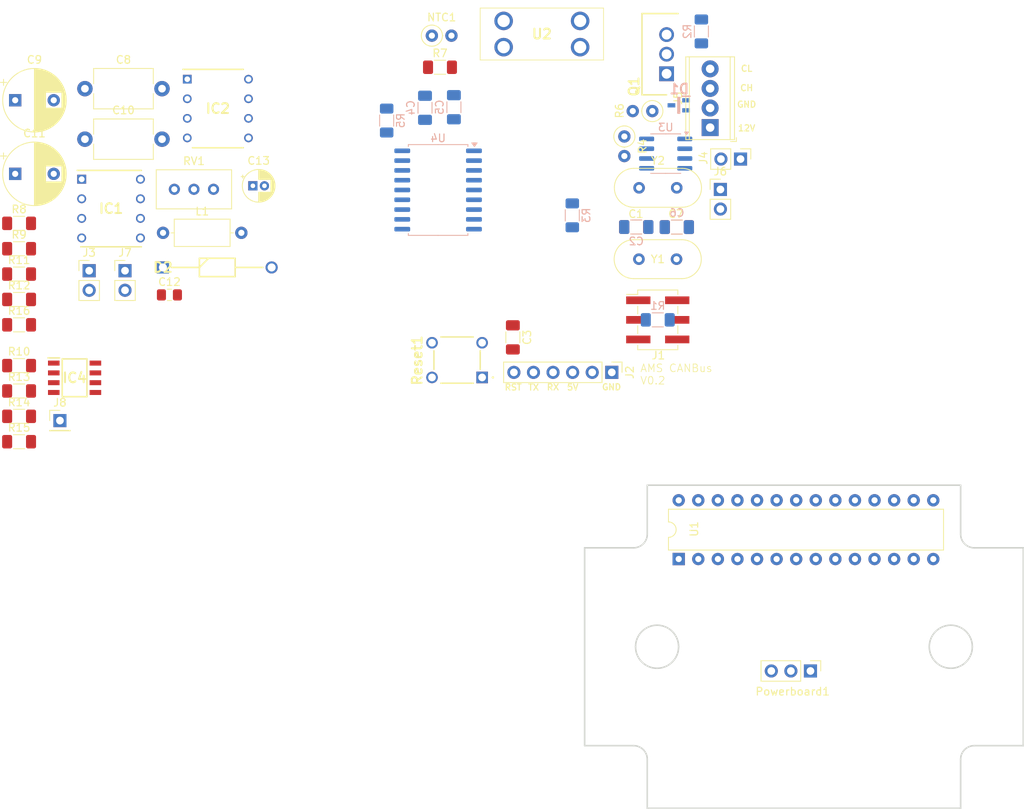
<source format=kicad_pcb>
(kicad_pcb (version 20240108) (generator "pcbnew") (generator_version "8.0")
  (layers (0 "F.Cu" signal) (1 "In1.Cu" signal) (2 "In2.Cu" signal) (31 "B.Cu" signal) (34 "B.Paste" user) (35 "F.Paste" user) (36 "B.SilkS" user "B.Silkscreen") (37 "F.SilkS" user "F.Silkscreen") (38 "B.Mask" user) (39 "F.Mask" user) (44 "Edge.Cuts" user))
  (net 0 "")
  (net 1 "GND")
  (net 2 "Net-(U1-XTAL2{slash}PB7)")
  (net 3 "Net-(U1-XTAL1{slash}PB6)")
  (net 4 "/BareMinAtmel328P/RESET")
  (net 5 "Net-(J2-Pin_6)")
  (net 6 "+5V")
  (net 7 "Net-(U4-OSC2)")
  (net 8 "Net-(U4-OSC1)")
  (net 9 "CANBUS_L")
  (net 10 "CANBUS_H")
  (net 11 "/BareMinAtmel328P/PB5-D13-SCK")
  (net 12 "/BareMinAtmel328P/PB3-D11-MOSI")
  (net 13 "/BareMinAtmel328P/PB4-D12-MISO")
  (net 15 "/BareMinAtmel328P/PD0-RX")
  (net 16 "/BareMinAtmel328P/PD1-TX")
  (net 17 "Net-(J4-Pin_2)")
  (net 18 "Net-(J5-Pin_1)")
  (net 19 "+VDC")
  (net 20 "/BareMinAtmel328P/PC2-A2")
  (net 21 "/BareMinAtmel328P/PD4-D4")
  (net 22 "/BareMinAtmel328P/PB0-D8")
  (net 23 "/BareMinAtmel328P/PC4-A4-SDA")
  (net 24 "/BareMinAtmel328P/PD7-D7")
  (net 25 "/BareMinAtmel328P/PD6-D6")
  (net 26 "/BareMinAtmel328P/PC1-A1")
  (net 27 "/BareMinAtmel328P/PB2-D10-SS")
  (net 28 "/BareMinAtmel328P/PC5-A5-SCL")
  (net 29 "/BareMinAtmel328P/PD3-D3")
  (net 30 "/BareMinAtmel328P/PD5-D5")
  (net 31 "/BareMinAtmel328P/PC3-A3")
  (net 32 "/BareMinAtmel328P/PC0-A0")
  (net 33 "Net-(Q1-Pad1)")
  (net 34 "Net-(Q1-Pad3)")
  (net 35 "/BareMinAtmel328P/AREF")
  (net 36 "Net-(U3-Rs)")
  (net 37 "Net-(U4-~{RESET})")
  (net 40 "/BareMinAtmel328P/PB1-D9")
  (net 41 "/BareMinAtmel328P/PD2-D2")
  (net 43 "/CANBUS-MCP2515/RXtoCANTC")
  (net 44 "/CANBUS-MCP2515/TXtoCANTC")
  (net 51 "Net-(IC1-FB)")
  (net 52 "Net-(IC1-V+_1)")
  (net 53 "Net-(IC1-OUT)")
  (net 54 "Net-(IC2-CP1)")
  (net 55 "Net-(IC2-CP2{slash}IN+)")
  (net 56 "Net-(IC1-LX)")
  (net 57 "Net-(IC2-EMIT)")
  (net 58 "Net-(IC2-TACH+)")
  (net 59 "Net-(IC2-V+)")
  (net 60 "/RPM_Sensor/RPM-Vout")
  (net 61 "Net-(IC4-+IN_A)")
  (net 62 "Net-(J6-Pin_1)")
  (net 63 "/RPM_Sensor/TachIn")
  (footprint "Capacitor_SMD:C_1206_3216Metric_Pad1.33x1.80mm_HandSolder" (layer "F.Cu") (at 118.7504 92.934 -90)
    (property "Reference" "C3" (at 0 -1.85 90) (layer "F.SilkS"))
    (property "Value" "100nf")
    (pad "1" smd roundrect (at -1.5625 0 270) (size 1.325 1.8) (layers "F.Cu" "F.Paste" "F.Mask") (roundrect_rratio 0.188679) (net 5 "Net-(J2-Pin_6)"))
    (pad "2" smd roundrect (at 1.5625 0 270) (size 1.325 1.8) (layers "F.Cu" "F.Paste" "F.Mask") (roundrect_rratio 0.188679) (net 4 "/BareMinAtmel328P/RESET"))
  )
  (footprint "Capacitor_THT:C_Disc_D7.5mm_W5.0mm_P10.00mm" (layer "F.Cu") (at 63.245076 60.676088)
    (property "Reference" "C8" (at 5 -3.75 0) (layer "F.SilkS"))
    (property "Value" "0.1uF")
    (pad "1" thru_hole circle (at 0 0) (size 2 2) (drill 1) (layers "*.Cu" "*.Mask") (net 51 "Net-(IC1-FB)"))
    (pad "2" thru_hole circle (at 10 0) (size 2 2) (drill 1) (layers "*.Cu" "*.Mask") (net 1 "GND"))
  )
  (footprint "Capacitor_THT:CP_Radial_D8.0mm_P5.00mm" (layer "F.Cu") (at 54.199774 62.176088)
    (property "Reference" "C9" (at 2.5 -5.25 0) (layer "F.SilkS"))
    (property "Value" "120uF")
    (pad "1" thru_hole rect (at 0 0) (size 1.6 1.6) (drill 0.8) (layers "*.Cu" "*.Mask") (net 52 "Net-(IC1-V+_1)"))
    (pad "2" thru_hole circle (at 5 0) (size 1.6 1.6) (drill 0.8) (layers "*.Cu" "*.Mask") (net 1 "GND"))
  )
  (footprint "Connector_PinHeader_2.54mm:PinHeader_1x02_P2.54mm_Vertical" (layer "F.Cu") (at 145.6707 73.7502)
    (property "Reference" "J6" (at 0 -2.33 0) (layer "F.SilkS"))
    (property "Value" "Conn_01x02")
    (pad "1" thru_hole rect (at 0 0) (size 1.7 1.7) (drill 1) (layers "*.Cu" "*.Mask") (net 62 "Net-(J6-Pin_1)"))
    (pad "2" thru_hole oval (at 0 2.54) (size 1.7 1.7) (drill 1) (layers "*.Cu" "*.Mask") (net 58 "Net-(IC2-TACH+)"))
  )
  (footprint "Capacitor_THT:CP_Radial_D4.0mm_P1.50mm" (layer "F.Cu") (at 85.029877 73.276088)
    (property "Reference" "C13" (at 0.75 -3.25 0) (layer "F.SilkS"))
    (property "Value" "1uF")
    (pad "1" thru_hole rect (at 0 0) (size 1.2 1.2) (drill 0.6) (layers "*.Cu" "*.Mask") (net 55 "Net-(IC2-CP2{slash}IN+)"))
    (pad "2" thru_hole circle (at 1.5 0) (size 1.2 1.2) (drill 0.6) (layers "*.Cu" "*.Mask") (net 1 "GND"))
  )
  (footprint "Resistor_SMD:R_1206_3216Metric_Pad1.30x1.75mm_HandSolder" (layer "F.Cu") (at 54.705076 99.886088)
    (property "Reference" "R13" (at 0 -1.82 0) (layer "F.SilkS"))
    (property "Value" "15k")
    (pad "1" smd roundrect (at -1.55 0) (size 1.3 1.75) (layers "F.Cu" "F.Paste" "F.Mask") (roundrect_rratio 0.192308) (net 61 "Net-(IC4-+IN_A)"))
    (pad "2" smd roundrect (at 1.55 0) (size 1.3 1.75) (layers "F.Cu" "F.Paste" "F.Mask") (roundrect_rratio 0.192308) (net 1 "GND"))
  )
  (footprint "Resistor_THT:R_Axial_DIN0207_L6.3mm_D2.5mm_P2.54mm_Vertical" (layer "F.Cu") (at 133.2127 66.8761 -90)
    (property "Reference" "R4" (at 1.270233 -2.354649 90) (layer "F.SilkS"))
    (property "Value" "17k")
    (pad "1" thru_hole circle (at 0 0 270) (size 1.6 1.6) (drill 0.8) (layers "*.Cu" "*.Mask") (net 36 "Net-(U3-Rs)"))
    (pad "2" thru_hole oval (at 2.54 0 270) (size 1.6 1.6) (drill 0.8) (layers "*.Cu" "*.Mask") (net 1 "GND"))
  )
  (footprint "Inductor_THT:L_Axial_L7.0mm_D3.3mm_P10.16mm_Horizontal_Fastron_MICC" (layer "F.Cu") (at 73.375076 79.376088)
    (property "Reference" "L1" (at 5.08 -2.77 0) (layer "F.SilkS"))
    (property "Value" "47uH")
    (pad "1" thru_hole circle (at 0 0) (size 1.6 1.6) (drill 0.8) (layers "*.Cu" "*.Mask") (net 56 "Net-(IC1-LX)"))
    (pad "2" thru_hole oval (at 10.16 0) (size 1.6 1.6) (drill 0.8) (layers "*.Cu" "*.Mask") (net 1 "GND"))
  )
  (footprint "Resistor_SMD:R_1206_3216Metric_Pad1.30x1.75mm_HandSolder" (layer "F.Cu") (at 109.298 57.9004)
    (property "Reference" "R7" (at 0 -1.82 0) (layer "F.SilkS"))
    (property "Value" "10k")
    (pad "1" smd roundrect (at -1.55 0) (size 1.3 1.75) (layers "F.Cu" "F.Paste" "F.Mask") (roundrect_rratio 0.192308) (net 1 "GND"))
    (pad "2" smd roundrect (at 1.55 0) (size 1.3 1.75) (layers "F.Cu" "F.Paste" "F.Mask") (roundrect_rratio 0.192308) (net 32 "/BareMinAtmel328P/PC0-A0"))
  )
  (footprint "Resistor_SMD:R_1206_3216Metric_Pad1.30x1.75mm_HandSolder" (layer "F.Cu") (at 54.705076 84.726088)
    (property "Reference" "R11" (at 0 -1.82 0) (layer "F.SilkS"))
    (property "Value" "100k")
    (pad "1" smd roundrect (at -1.55 0) (size 1.3 1.75) (layers "F.Cu" "F.Paste" "F.Mask") (roundrect_rratio 0.192308) (net 55 "Net-(IC2-CP2{slash}IN+)"))
    (pad "2" smd roundrect (at 1.55 0) (size 1.3 1.75) (layers "F.Cu" "F.Paste" "F.Mask") (roundrect_rratio 0.192308) (net 1 "GND"))
  )
  (footprint "Connector_PinHeader_2.54mm:PinHeader_2x03_P2.54mm_Vertical_SMD" (layer "F.Cu") (at 137.5433 90.6621)
    (property "Reference" "J1" (at 0.088373 4.619066 0) (layer "F.SilkS"))
    (property "Value" "ICSP")
    (pad "1" smd rect (at -2.525 -2.54) (size 3.15 1) (layers "F.Cu" "F.Paste" "F.Mask") (net 13 "/BareMinAtmel328P/PB4-D12-MISO"))
    (pad "2" smd rect (at 2.525 -2.54) (size 3.15 1) (layers "F.Cu" "F.Paste" "F.Mask") (net 11 "/BareMinAtmel328P/PB5-D13-SCK"))
    (pad "3" smd rect (at -2.525 0) (size 3.15 1) (layers "F.Cu" "F.Paste" "F.Mask") (net 4 "/BareMinAtmel328P/RESET"))
    (pad "4" smd rect (at 2.525 0) (size 3.15 1) (layers "F.Cu" "F.Paste" "F.Mask") (net 6 "+5V"))
    (pad "5" smd rect (at -2.525 2.54) (size 3.15 1) (layers "F.Cu" "F.Paste" "F.Mask") (net 12 "/BareMinAtmel328P/PB3-D11-MOSI"))
    (pad "6" smd rect (at 2.525 2.54) (size 3.15 1) (layers "F.Cu" "F.Paste" "F.Mask") (net 1 "GND"))
  )
  (footprint "Connector_PinHeader_2.54mm:PinHeader_1x02_P2.54mm_Vertical" (layer "F.Cu") (at 68.445076 84.286088)
    (property "Reference" "J7" (at 0 -2.33 0) (layer "F.SilkS"))
    (property "Value" "Conn_01x02")
    (pad "1" thru_hole rect (at 0 0) (size 1.7 1.7) (drill 1) (layers "*.Cu" "*.Mask") (net 57 "Net-(IC2-EMIT)"))
    (pad "2" thru_hole oval (at 0 2.54) (size 1.7 1.7) (drill 1) (layers "*.Cu" "*.Mask") (net 60 "/RPM_Sensor/RPM-Vout"))
  )
  (footprint "Resistor_THT:R_Axial_DIN0207_L6.3mm_D2.5mm_P2.54mm_Vertical" (layer "F.Cu") (at 108.2457 53.8005)
    (property "Reference" "NTC1" (at 1.27 -2.37 0) (layer "F.SilkS"))
    (property "Value" "10k")
    (pad "1" thru_hole circle (at 0 0) (size 1.6 1.6) (drill 0.8) (layers "*.Cu" "*.Mask") (net 32 "/BareMinAtmel328P/PC0-A0"))
    (pad "2" thru_hole oval (at 2.54 0) (size 1.6 1.6) (drill 0.8) (layers "*.Cu" "*.Mask") (net 6 "+5V"))
  )
  (footprint "Capacitor_THT:C_Disc_D7.5mm_W5.0mm_P10.00mm" (layer "F.Cu") (at 63.245076 67.226088)
    (property "Reference" "C10" (at 5 -3.75 0) (layer "F.SilkS"))
    (property "Value" "0.1uF")
    (pad "1" thru_hole circle (at 0 0) (size 2 2) (drill 1) (layers "*.Cu" "*.Mask") (net 52 "Net-(IC1-V+_1)"))
    (pad "2" thru_hole circle (at 10 0) (size 2 2) (drill 1) (layers "*.Cu" "*.Mask") (net 1 "GND"))
  )
  (footprint "Resistor_SMD:R_1206_3216Metric_Pad1.30x1.75mm_HandSolder" (layer "F.Cu") (at 54.705076 81.436088)
    (property "Reference" "R9" (at 0 -1.82 0) (layer "F.SilkS"))
    (property "Value" "22k")
    (pad "1" smd roundrect (at -1.55 0) (size 1.3 1.75) (layers "F.Cu" "F.Paste" "F.Mask") (roundrect_rratio 0.192308) (net 58 "Net-(IC2-TACH+)"))
    (pad "2" smd roundrect (at 1.55 0) (size 1.3 1.75) (layers "F.Cu" "F.Paste" "F.Mask") (roundrect_rratio 0.192308) (net 1 "GND"))
  )
  (footprint "Capacitor_SMD:C_1206_3216Metric_Pad1.33x1.80mm_HandSolder" (layer "F.Cu") (at 134.7505 78.6225)
    (property "Reference" "C1" (at -0.032988 -1.68824 0) (layer "F.SilkS"))
    (property "Value" "22pf")
    (pad "1" smd roundrect (at -1.5625 0) (size 1.325 1.8) (layers "F.Cu" "F.Paste" "F.Mask") (roundrect_rratio 0.188679) (net 2 "Net-(U1-XTAL2{slash}PB7)"))
    (pad "2" smd roundrect (at 1.5625 0) (size 1.325 1.8) (layers "F.Cu" "F.Paste" "F.Mask") (roundrect_rratio 0.188679) (net 1 "GND"))
  )
  (footprint "Resistor_SMD:R_1206_3216Metric_Pad1.30x1.75mm_HandSolder" (layer "F.Cu") (at 54.705076 103.176088)
    (property "Reference" "R14" (at 0 -1.82 0) (layer "F.SilkS"))
    (property "Value" "47k")
    (pad "1" smd roundrect (at -1.55 0) (size 1.3 1.75) (layers "F.Cu" "F.Paste" "F.Mask") (roundrect_rratio 0.192308) (net 26 "/BareMinAtmel328P/PC1-A1"))
    (pad "2" smd roundrect (at 1.55 0) (size 1.3 1.75) (layers "F.Cu" "F.Paste" "F.Mask") (roundrect_rratio 0.192308) (net 1 "GND"))
  )
  (footprint "SamacSys_Parts:DIP762W56P254L938H457Q8N" (layer "F.Cu") (at 66.635076 76.231088)
    (property "Reference" "IC1" (at 0 0 0) (layer "F.SilkS") (effects (font (size 1.27 1.27) (thickness 0.254))))
    (property "Value" "MAX764CPA+" (hide yes))
    (pad "1" thru_hole rect (at -3.81 -3.81) (size 1.16 1.16) (drill 0.76) (layers "*.Cu" "*.Mask") (net 53 "Net-(IC1-OUT)"))
    (pad "2" thru_hole circle (at -3.81 -1.27) (size 1.16 1.16) (drill 0.76) (layers "*.Cu" "*.Mask") (net 51 "Net-(IC1-FB)"))
    (pad "3" thru_hole circle (at -3.81 1.27) (size 1.16 1.16) (drill 0.76) (layers "*.Cu" "*.Mask") (net 1 "GND"))
    (pad "4" thru_hole circle (at -3.81 3.81) (size 1.16 1.16) (drill 0.76) (layers "*.Cu" "*.Mask") (net 51 "Net-(IC1-FB)"))
    (pad "5" thru_hole circle (at 3.81 3.81) (size 1.16 1.16) (drill 0.76) (layers "*.Cu" "*.Mask") (net 1 "GND"))
    (pad "6" thru_hole circle (at 3.81 1.27) (size 1.16 1.16) (drill 0.76) (layers "*.Cu" "*.Mask") (net 52 "Net-(IC1-V+_1)"))
    (pad "7" thru_hole circle (at 3.81 -1.27) (size 1.16 1.16) (drill 0.76) (layers "*.Cu" "*.Mask") (net 52 "Net-(IC1-V+_1)"))
    (pad "8" thru_hole circle (at 3.81 -3.81) (size 1.16 1.16) (drill 0.76) (layers "*.Cu" "*.Mask") (net 56 "Net-(IC1-LX)"))
  )
  (footprint "Resistor_THT:R_Axial_DIN0207_L6.3mm_D2.5mm_P2.54mm_Vertical" (layer "F.Cu") (at 136.841 63.5835 180)
    (property "Reference" "R6" (at 4.245813 0.041861 -90) (layer "F.SilkS"))
    (property "Value" "120")
    (pad "1" thru_hole circle (at 0 0 180) (size 1.6 1.6) (drill 0.8) (layers "*.Cu" "*.Mask") (net 17 "Net-(J4-Pin_2)"))
    (pad "2" thru_hole oval (at 2.54 0 180) (size 1.6 1.6) (drill 0.8) (layers "*.Cu" "*.Mask") (net 9 "CANBUS_L"))
  )
  (footprint "Connector_PinHeader_2.54mm:PinHeader_1x03_P2.54mm_Vertical" (layer "F.Cu") (at 157.350694 136.203605 -90)
    (property "Reference" "Powerboard1" (at 2.665399 2.314583 180) (layer "F.SilkS"))
    (property "Value" "Conn_01x03" (hide yes))
    (pad "1" thru_hole rect (at 0 0 270) (size 1.7 1.7) (drill 1) (layers "*.Cu" "*.Mask") (net 19 "+VDC"))
    (pad "2" thru_hole oval (at 0 2.54 270) (size 1.7 1.7) (drill 1) (layers "*.Cu" "*.Mask") (net 6 "+5V"))
    (pad "3" thru_hole oval (at 0 5.08 270) (size 1.7 1.7) (drill 1) (layers "*.Cu" "*.Mask") (net 1 "GND"))
  )
  (footprint "Connector_PinHeader_2.54mm:PinHeader_1x02_P2.54mm_Vertical" (layer "F.Cu") (at 148.2775 69.8053 -90)
    (property "Reference" "J4" (at -0.135532 4.80964 90) (layer "F.SilkS"))
    (property "Value" "Conn_01x02")
    (pad "1" thru_hole rect (at 0 0 270) (size 1.7 1.7) (drill 1) (layers "*.Cu" "*.Mask") (net 10 "CANBUS_H"))
    (pad "2" thru_hole oval (at 0 2.54 270) (size 1.7 1.7) (drill 1) (layers "*.Cu" "*.Mask") (net 17 "Net-(J4-Pin_2)"))
  )
  (footprint "SamacSys_Parts:3568" (layer "F.Cu") (at 117.5543 55.2909)
    (property "Reference" "U2" (at 4.96 -1.7 0) (layer "F.SilkS") (effects (font (size 1.27 1.27) (thickness 0.254))))
    (property "Value" "3568" (hide yes))
    (pad "1" thru_hole circle (at 0 0) (size 2.4 2.4) (drill 1.6) (layers "*.Cu" "*.Mask") (net 34 "Net-(Q1-Pad3)"))
    (pad "2" thru_hole circle (at 0 -3.4) (size 2.4 2.4) (drill 1.6) (layers "*.Cu" "*.Mask") (net 34 "Net-(Q1-Pad3)"))
    (pad "3" thru_hole circle (at 9.92 0) (size 2.4 2.4) (drill 1.6) (layers "*.Cu" "*.Mask") (net 19 "+VDC"))
    (pad "4" thru_hole circle (at 9.92 -3.4) (size 2.4 2.4) (drill 1.6) (layers "*.Cu" "*.Mask") (net 19 "+VDC"))
  )
  (footprint "TerminalBlock_Phoenix:TerminalBlock_Phoenix_MPT-0,5-4-2.54_1x04_P2.54mm_Horizontal" (layer "F.Cu") (at 144.3379 65.725 90)
    (property "Reference" "J5" (at 3.81 -4.16 -90) (layer "F.SilkS"))
    (property "Value" "Power_And_CAN")
    (pad "1" thru_hole rect (at 0 0 90) (size 2.2 2.2) (drill 1.1) (layers "*.Cu" "*.Mask") (net 18 "Net-(J5-Pin_1)"))
    (pad "2" thru_hole circle (at 2.54 0 90) (size 2.2 2.2) (drill 1.1) (layers "*.Cu" "*.Mask") (net 1 "GND"))
    (pad "3" thru_hole circle (at 5.08 0 90) (size 2.2 2.2) (drill 1.1) (layers "*.Cu" "*.Mask") (net 10 "CANBUS_H"))
    (pad "4" thru_hole circle (at 7.62 0 90) (size 2.2 2.2) (drill 1.1) (layers "*.Cu" "*.Mask") (net 9 "CANBUS_L"))
  )
  (footprint "SamacSys_Parts:TO254P469X1042X1967-3P" (layer "F.Cu") (at 138.6917 58.745 90)
    (property "Reference" "Q1" (at -1.643419 -4.22138 -90) (layer "F.SilkS") (effects (font (size 1.27 1.27) (thickness 0.254))))
    (property "Value" "IRF9Z34NPBF" (hide yes))
    (pad "1" thru_hole rect (at 0 0 90) (size 1.92 1.92) (drill 1.28) (layers "*.Cu" "*.Mask") (net 33 "Net-(Q1-Pad1)"))
    (pad "2" thru_hole circle (at 2.54 0 90) (size 1.92 1.92) (drill 1.28) (layers "*.Cu" "*.Mask") (net 18 "Net-(J5-Pin_1)"))
    (pad "3" thru_hole circle (at 5.08 0 90) (size 1.92 1.92) (drill 1.28) (layers "*.Cu" "*.Mask") (net 34 "Net-(Q1-Pad3)"))
  )
  (footprint "SamacSys_Parts:SOIC127P600X175-8N" (layer "F.Cu") (at 61.905076 98.176088)
    (property "Reference" "IC4" (at 0 0 0) (layer "F.SilkS") (effects (font (size 1.27 1.27) (thickness 0.254))))
    (property "Value" "OPA2340UA_2K5" (hide yes))
    (pad "1" smd rect (at -2.7 -1.905 90) (size 0.65 1.5) (layers "F.Cu" "F.Paste" "F.Mask") (net 26 "/BareMinAtmel328P/PC1-A1"))
    (pad "2" smd rect (at -2.7 -0.635 90) (size 0.65 1.5) (layers "F.Cu" "F.Paste" "F.Mask") (net 26 "/BareMinAtmel328P/PC1-A1"))
    (pad "3" smd rect (at -2.7 0.635 90) (size 0.65 1.5) (layers "F.Cu" "F.Paste" "F.Mask") (net 61 "Net-(IC4-+IN_A)"))
    (pad "4" smd rect (at -2.7 1.905 90) (size 0.65 1.5) (layers "F.Cu" "F.Paste" "F.Mask") (net 1 "GND"))
    (pad "5" smd rect (at 2.7 1.905 90) (size 0.65 1.5) (layers "F.Cu" "F.Paste" "F.Mask") (net 60 "/RPM_Sensor/RPM-Vout"))
    (pad "6" smd rect (at 2.7 0.635 90) (size 0.65 1.5) (layers "F.Cu" "F.Paste" "F.Mask") (net 20 "/BareMinAtmel328P/PC2-A2"))
    (pad "7" smd rect (at 2.7 -0.635 90) (size 0.65 1.5) (layers "F.Cu" "F.Paste" "F.Mask") (net 20 "/BareMinAtmel328P/PC2-A2"))
    (pad "8" smd rect (at 2.7 -1.905 90) (size 0.65 1.5) (layers "F.Cu" "F.Paste" "F.Mask") (net 6 "+5V"))
  )
  (footprint "Potentiometer_THT:Potentiometer_Bourns_3296W_Vertical" (layer "F.Cu") (at 79.925076 73.726088)
    (property "Reference" "RV1" (at -2.54 -3.66 0) (layer "F.SilkS"))
    (property "Value" "100k")
    (pad "1" thru_hole circle (at 0 0) (size 1.44 1.44) (drill 0.8) (layers "*.Cu" "*.Mask") (net 53 "Net-(IC1-OUT)"))
    (pad "2" thru_hole circle (at -2.54 0) (size 1.44 1.44) (drill 0.8) (layers "*.Cu" "*.Mask") (net 62 "Net-(J6-Pin_1)"))
    (pad "3" thru_hole circle (at -5.08 0) (size 1.44 1.44) (drill 0.8) (layers "*.Cu" "*.Mask") (net 1 "GND"))
  )
  (footprint "Capacitor_THT:CP_Radial_D8.0mm_P5.00mm" (layer "F.Cu") (at 54.199774 71.726088)
    (property "Reference" "C11" (at 2.5 -5.25 0) (layer "F.SilkS"))
    (property "Value" "68uF")
    (pad "1" thru_hole rect (at 0 0) (size 1.6 1.6) (drill 0.8) (layers "*.Cu" "*.Mask") (net 53 "Net-(IC1-OUT)"))
    (pad "2" thru_hole circle (at 5 0) (size 1.6 1.6) (drill 0.8) (layers "*.Cu" "*.Mask") (net 1 "GND"))
  )
  (footprint "Connector_PinHeader_2.54mm:PinHeader_1x06_P2.54mm_Vertical" (layer "F.Cu") (at 131.583 97.4726 -90)
    (property "Reference" "J2" (at 0 -2.33 90) (layer "F.SilkS"))
    (property "Value" "TTL_Programmer")
    (pad "1" thru_hole rect (at 0 0 270) (size 1.7 1.7) (drill 1) (layers "*.Cu" "*.Mask") (net 1 "GND"))
    (pad "2" thru_hole oval (at 0 2.54 270) (size 1.7 1.7) (drill 1) (layers "*.Cu" "*.Mask"))
    (pad "3" thru_hole oval (at 0 5.08 270) (size 1.7 1.7) (drill 1) (layers "*.Cu" "*.Mask") (net 6 "+5V"))
    (pad "4" thru_hole oval (at 0 7.62 270) (size 1.7 1.7) (drill 1) (layers "*.Cu" "*.Mask") (net 15 "/BareMinAtmel328P/PD0-RX"))
    (pad "5" thru_hole oval (at 0 10.16 270) (size 1.7 1.7) (drill 1) (layers "*.Cu" "*.Mask") (net 16 "/BareMinAtmel328P/PD1-TX"))
    (pad "6" thru_hole oval (at 0 12.7 270) (size 1.7 1.7) (drill 1) (layers "*.Cu" "*.Mask") (net 5 "Net-(J2-Pin_6)"))
  )
  (footprint "SamacSys_Parts:DIP794W53P254L959H508Q8N" (layer "F.Cu") (at 80.490076 63.256088)
    (property "Reference" "IC2" (at 0 0 0) (layer "F.SilkS") (effects (font (size 1.27 1.27) (thickness 0.254))))
    (property "Value" "LM2917N-8_NOPB" (hide yes))
    (pad "1" thru_hole rect (at -3.97 -3.81) (size 1.13 1.13) (drill 0.73) (layers "*.Cu" "*.Mask") (net 58 "Net-(IC2-TACH+)"))
    (pad "2" thru_hole circle (at -3.97 -1.27) (size 1.13 1.13) (drill 0.73) (layers "*.Cu" "*.Mask") (net 54 "Net-(IC2-CP1)"))
    (pad "3" thru_hole circle (at -3.97 1.27) (size 1.13 1.13) (drill 0.73) (layers "*.Cu" "*.Mask") (net 55 "Net-(IC2-CP2{slash}IN+)"))
    (pad "4" thru_hole circle (at -3.97 3.81) (size 1.13 1.13) (drill 0.73) (layers "*.Cu" "*.Mask") (net 57 "Net-(IC2-EMIT)"))
    (pad "5" thru_hole circle (at 3.97 3.81) (size 1.13 1.13) (drill 0.73) (layers "*.Cu" "*.Mask") (net 19 "+VDC"))
    (pad "6" thru_hole circle (at 3.97 1.27) (size 1.13 1.13) (drill 0.73) (layers "*.Cu" "*.Mask") (net 59 "Net-(IC2-V+)"))
    (pad "7" thru_hole circle (at 3.97 -1.27) (size 1.13 1.13) (drill 0.73) (layers "*.Cu" "*.Mask") (net 57 "Net-(IC2-EMIT)"))
    (pad "8" thru_hole circle (at 3.97 -3.81) (size 1.13 1.13) (drill 0.73) (layers "*.Cu" "*.Mask") (net 1 "GND"))
  )
  (footprint "Connector_PinHeader_2.54mm:PinHeader_1x02_P2.54mm_Vertical" (layer "F.Cu") (at 63.795076 84.286088)
    (property "Reference" "J3" (at 0 -2.33 0) (layer "F.SilkS"))
    (property "Value" "Conn_01x02")
    (pad "1" thru_hole rect (at 0 0) (size 1.7 1.7) (drill 1) (layers "*.Cu" "*.Mask") (net 19 "+VDC"))
    (pad "2" thru_hole oval (at 0 2.54) (size 1.7 1.7) (drill 1) (layers "*.Cu" "*.Mask") (net 52 "Net-(IC1-V+_1)"))
  )
  (footprint "Connector_PinHeader_2.54mm:PinHeader_1x01_P2.54mm_Vertical" (layer "F.Cu") (at 60.005076 103.726088)
    (property "Reference" "J8" (at 0 -2.33 0) (layer "F.SilkS"))
    (property "Value" "Conn_01x01")
    (pad "1" thru_hole rect (at 0 0) (size 1.7 1.7) (drill 1) (layers "*.Cu" "*.Mask") (net 63 "/RPM_Sensor/TachIn"))
  )
  (footprint "Resistor_SMD:R_1206_3216Metric_Pad1.30x1.75mm_HandSolder" (layer "F.Cu") (at 54.705076 88.016088)
    (property "Reference" "R12" (at 0 -1.82 0) (layer "F.SilkS"))
    (property "Value" "470")
    (pad "1" smd roundrect (at -1.55 0) (size 1.3 1.75) (layers "F.Cu" "F.Paste" "F.Mask") (roundrect_rratio 0.192308) (net 59 "Net-(IC2-V+)"))
    (pad "2" smd roundrect (at 1.55 0) (size 1.3 1.75) (layers "F.Cu" "F.Paste" "F.Mask") (roundrect_rratio 0.192308) (net 19 "+VDC"))
  )
  (footprint "Capacitor_SMD:C_0805_2012Metric_Pad1.18x1.45mm_HandSolder" (layer "F.Cu") (at 74.205076 87.426088)
    (property "Reference" "C12" (at 0 -1.68 0) (layer "F.SilkS"))
    (property "Value" "0.02uF")
    (pad "1" smd roundrect (at -1.0375 0) (size 1.175 1.45) (layers "F.Cu" "F.Paste" "F.Mask") (roundrect_rratio 0.212766) (net 54 "Net-(IC2-CP1)"))
    (pad "2" smd roundrect (at 1.0375 0) (size 1.175 1.45) (layers "F.Cu" "F.Paste" "F.Mask") (roundrect_rratio 0.212766) (net 1 "GND"))
  )
  (footprint "Resistor_SMD:R_1206_3216Metric_Pad1.30x1.75mm_HandSolder" (layer "F.Cu") (at 54.705076 78.146088)
    (property "Reference" "R8" (at 0 -1.82 0) (layer "F.SilkS"))
    (property "Value" "10k")
    (pad "1" smd roundrect (at -1.55 0) (size 1.3 1.75) (layers "F.Cu" "F.Paste" "F.Mask") (roundrect_rratio 0.192308) (net 63 "/RPM_Sensor/TachIn"))
    (pad "2" smd roundrect (at 1.55 0) (size 1.3 1.75) (layers "F.Cu" "F.Paste" "F.Mask") (roundrect_rratio 0.192308) (net 58 "Net-(IC2-TACH+)"))
  )
  (footprint "Crystal:Crystal_HC49-U_Vertical" (layer "F.Cu") (at 135.1248 73.5365)
    (property "Reference" "Y2" (at 2.44 -3.525 0) (layer "F.SilkS"))
    (property "Value" "16MHz")
    (pad "1" thru_hole circle (at 0 0) (size 1.5 1.5) (drill 0.8) (layers "*.Cu" "*.Mask") (net 8 "Net-(U4-OSC1)"))
    (pad "2" thru_hole circle (at 4.88 0) (size 1.5 1.5) (drill 0.8) (layers "*.Cu" "*.Mask") (net 7 "Net-(U4-OSC2)"))
  )
  (footprint "SamacSys_Parts:TS0266160BK260LCRD" (layer "F.Cu") (at 114.7642 98.1316 180)
    (property "Reference" "Reset1" (at 8.425578 2.207048 -90) (layer "F.SilkS") (effects (font (size 1.27 1.27) (thickness 0.254))))
    (property "Value" "TS02-66-160-BK-260-LCR-D" (hide yes))
    (pad "1" thru_hole rect (at 0 0 180) (size 1.5 1.5) (drill 1) (layers "*.Cu" "*.Mask") (net 4 "/BareMinAtmel328P/RESET"))
    (pad "2" thru_hole circle (at 6.5 0 180) (size 1.5 1.5) (drill 1) (layers "*.Cu" "*.Mask"))
    (pad "3" thru_hole circle (at 0 4.5 180) (size 1.5 1.5) (drill 1) (layers "*.Cu" "*.Mask") (net 1 "GND"))
    (pad "4" thru_hole circle (at 6.5 4.5 180) (size 1.5 1.5) (drill 1) (layers "*.Cu" "*.Mask"))
  )
  (footprint "Resistor_SMD:R_1206_3216Metric_Pad1.30x1.75mm_HandSolder" (layer "F.Cu") (at 54.705076 96.596088)
    (property "Reference" "R10" (at 0 -1.82 0) (layer "F.SilkS"))
    (property "Value" "120k")
    (pad "1" smd roundrect (at -1.55 0) (size 1.3 1.75) (layers "F.Cu" "F.Paste" "F.Mask") (roundrect_rratio 0.192308) (net 19 "+VDC"))
    (pad "2" smd roundrect (at 1.55 0) (size 1.3 1.75) (layers "F.Cu" "F.Paste" "F.Mask") (roundrect_rratio 0.192308) (net 61 "Net-(IC4-+IN_A)"))
  )
  (footprint "Crystal:Crystal_HC49-U_Vertical" (layer "F.Cu") (at 135.0999 82.7909)
    (property "Reference" "Y1" (at 2.461251 0 0) (layer "F.SilkS"))
    (property "Value" "16MHz")
    (pad "1" thru_hole circle (at 0 0) (size 1.5 1.5) (drill 0.8) (layers "*.Cu" "*.Mask") (net 2 "Net-(U1-XTAL2{slash}PB7)"))
    (pad "2" thru_hole circle (at 4.88 0) (size 1.5 1.5) (drill 0.8) (layers "*.Cu" "*.Mask") (net 3 "Net-(U1-XTAL1{slash}PB6)"))
  )
  (footprint "Resistor_SMD:R_1206_3216Metric_Pad1.30x1.75mm_HandSolder" (layer "F.Cu") (at 54.705076 106.466088)
    (property "Reference" "R15" (at 0 -1.82 0) (layer "F.SilkS"))
    (property "Value" "47k")
    (pad "1" smd roundrect (at -1.55 0) (size 1.3 1.75) (layers "F.Cu" "F.Paste" "F.Mask") (roundrect_rratio 0.192308) (net 20 "/BareMinAtmel328P/PC2-A2"))
    (pad "2" smd roundrect (at 1.55 0) (size 1.3 1.75) (layers "F.Cu" "F.Paste" "F.Mask") (roundrect_rratio 0.192308) (net 1 "GND"))
  )
  (footprint "Resistor_SMD:R_1206_3216Metric_Pad1.30x1.75mm_HandSolder" (layer "F.Cu") (at 54.705076 91.306088)
    (property "Reference" "R16" (at 0 -1.82 0) (layer "F.SilkS"))
    (property "Value" "100k")
    (pad "1" smd roundrect (at -1.55 0) (size 1.3 1.75) (layers "F.Cu" "F.Paste" "F.Mask") (roundrect_rratio 0.192308) (net 57 "Net-(IC2-EMIT)"))
    (pad "2" smd roundrect (at 1.55 0) (size 1.3 1.75) (layers "F.Cu" "F.Paste" "F.Mask") (roundrect_rratio 0.192308) (net 1 "GND"))
  )
  (footprint "Capacitor_SMD:C_1206_3216Metric_Pad1.33x1.80mm_HandSolder" (layer "F.Cu") (at 140.0214 78.6336 180)
    (property "Reference" "C7" (at 0.134128 1.699267 180) (layer "F.SilkS"))
    (property "Value" "22pf")
    (pad "1" smd roundrect (at -1.5625 0 180) (size 1.325 1.8) (layers "F.Cu" "F.Paste" "F.Mask") (roundrect_rratio 0.188679) (net 8 "Net-(U4-OSC1)"))
    (pad "2" smd roundrect (at 1.5625 0 180) (size 1.325 1.8) (layers "F.Cu" "F.Paste" "F.Mask") (roundrect_rratio 0.188679) (net 1 "GND"))
  )
  (footprint "SamacSys_Parts:DIOAD1414W86L464D238" (layer "F.Cu") (at 73.363076 83.864088)
    (property "Reference" "D2" (at 0 0 0) (layer "F.SilkS") (effects (font (size 1.27 1.27) (thickness 0.254))))
    (property "Value" "1N5817" (hide yes))
    (pad "1" thru_hole rect (at 0 0) (size 1.575 1.575) (drill 1.05) (layers "*.Cu" "*.Mask") (net 56 "Net-(IC1-LX)"))
    (pad "2" thru_hole circle (at 14.1 0) (size 1.575 1.575) (drill 1.05) (layers "*.Cu" "*.Mask") (net 53 "Net-(IC1-OUT)"))
  )
  (footprint "Package_DIP:DIP-28_W7.62mm" (layer "F.Cu") (at 140.260676 121.684202 90)
    (property "Reference" "U1" (at 3.894194 2.002959 -90) (layer "F.SilkS"))
    (property "Value" "ATmega328P-P")
    (pad "1" thru_hole rect (at 0 0 90) (size 1.6 1.6) (drill 0.8) (layers "*.Cu" "*.Mask") (net 4 "/BareMinAtmel328P/RESET"))
    (pad "2" thru_hole oval (at 0 2.54 90) (size 1.6 1.6) (drill 0.8) (layers "*.Cu" "*.Mask") (net 15 "/BareMinAtmel328P/PD0-RX"))
    (pad "3" thru_hole oval (at 0 5.08 90) (size 1.6 1.6) (drill 0.8) (layers "*.Cu" "*.Mask") (net 16 "/BareMinAtmel328P/PD1-TX"))
    (pad "4" thru_hole oval (at 0 7.62 90) (size 1.6 1.6) (drill 0.8) (layers "*.Cu" "*.Mask") (net 41 "/BareMinAtmel328P/PD2-D2"))
    (pad "5" thru_hole oval (at 0 10.16 90) (size 1.6 1.6) (drill 0.8) (layers "*.Cu" "*.Mask") (net 29 "/BareMinAtmel328P/PD3-D3"))
    (pad "6" thru_hole oval (at 0 12.7 90) (size 1.6 1.6) (drill 0.8) (layers "*.Cu" "*.Mask") (net 21 "/BareMinAtmel328P/PD4-D4"))
    (pad "7" thru_hole oval (at 0 15.24 90) (size 1.6 1.6) (drill 0.8) (layers "*.Cu" "*.Mask") (net 6 "+5V"))
    (pad "8" thru_hole oval (at 0 17.78 90) (size 1.6 1.6) (drill 0.8) (layers "*.Cu" "*.Mask") (net 1 "GND"))
    (pad "9" thru_hole oval (at 0 20.32 90) (size 1.6 1.6) (drill 0.8) (layers "*.Cu" "*.Mask") (net 3 "Net-(U1-XTAL1{slash}PB6)"))
    (pad "10" thru_hole oval (at 0 22.86 90) (size 1.6 1.6) (drill 0.8) (layers "*.Cu" "*.Mask") (net 2 "Net-(U1-XTAL2{slash}PB7)"))
    (pad "11" thru_hole oval (at 0 25.4 90) (size 1.6 1.6) (drill 0.8) (layers "*.Cu" "*.Mask") (net 30 "/BareMinAtmel328P/PD5-D5"))
    (pad "12" thru_hole oval (at 0 27.94 90) (size 1.6 1.6) (drill 0.8) (layers "*.Cu" "*.Mask") (net 25 "/BareMinAtmel328P/PD6-D6"))
    (pad "13" thru_hole oval (at 0 30.48 90) (size 1.6 1.6) (drill 0.8) (layers "*.Cu" "*.Mask") (net 24 "/BareMinAtmel328P/PD7-D7"))
    (pad "14" thru_hole oval (at 0 33.02 90) (size 1.6 1.6) (drill 0.8) (layers "*.Cu" "*.Mask") (net 22 "/BareMinAtmel328P/PB0-D8"))
    (pad "15" thru_hole oval (at 7.62 33.02 90) (size 1.6 1.6) (drill 0.8) (layers "*.Cu" "*.Mask") (net 40 "/BareMinAtmel328P/PB1-D9"))
    (pad "16" thru_hole oval (at 7.62 30.48 90) (size 1.6 1.6) (drill 0.8) (layers "*.Cu" "*.Mask") (net 27 "/BareMinAtmel328P/PB2-D10-SS"))
    (pad "17" thru_hole oval (at 7.62 27.94 90) (size 1.6 1.6) (drill 0.8) (layers "*.Cu" "*.Mask") (net 12 "/BareMinAtmel328P/PB3-D11-MOSI"))
    (pad "18" thru_hole oval (at 7.62 25.4 90) (size 1.6 1.6) (drill 0.8) (layers "*.Cu" "*.Mask") (net 13 "/BareMinAtmel328P/PB4-D12-MISO"))
    (pad "19" thru_hole oval (at 7.62 22.86 90) (size 1.6 1.6) (drill 0.8) (layers "*.Cu" "*.Mask") (net 11 "/BareMinAtmel328P/PB5-D13-SCK"))
    (pad "20" thru_hole oval (at 7.62 20.32 90) (size 1.6 1.6) (drill 0.8) (layers "*.Cu" "*.Mask") (net 6 "+5V"))
    (pad "21" thru_hole oval (at 7.62 17.78 90) (size 1.6 1.6) (drill 0.8) (layers "*.Cu" "*.Mask") (net 35 "/BareMinAtmel328P/AREF"))
    (pad "22" thru_hole oval (at 7.62 15.24 90) (size 1.6 1.6) (drill 0.8) (layers "*.Cu" "*.Mask") (net 1 "GND"))
    (pad "23" thru_hole oval (at 7.62 12.7 90) (size 1.6 1.6) (drill 0.8) (layers "*.Cu" "*.Mask") (net 32 "/BareMinAtmel328P/PC0-A0"))
    (pad "24" thru_hole oval (at 7.62 10.16 90) (size 1.6 1.6) (drill 0.8) (layers "*.Cu" "*.Mask") (net 26 "/BareMinAtmel328P/PC1-A1"))
    (pad "25" thru_hole oval (at 7.62 7.62 90) (size 1.6 1.6) (drill 0.8) (layers "*.Cu" "*.Mask") (net 20 "/BareMinAtmel328P/PC2-A2"))
    (pad "26" thru_hole oval (at 7.62 5.08 90) (size 1.6 1.6) (drill 0.8) (layers "*.Cu" "*.Mask") (net 31 "/BareMinAtmel328P/PC3-A3"))
    (pad "27" thru_hole oval (at 7.62 2.54 90) (size 1.6 1.6) (drill 0.8) (layers "*.Cu" "*.Mask") (net 23 "/BareMinAtmel328P/PC4-A4-SDA"))
    (pad "28" thru_hole oval (at 7.62 0 90) (size 1.6 1.6) (drill 0.8) (layers "*.Cu" "*.Mask") (net 28 "/BareMinAtmel328P/PC5-A5-SCL"))
  )
  (footprint "Capacitor_SMD:C_1206_3216Metric_Pad1.33x1.80mm_HandSolder" (layer "B.Cu") (at 134.7571 78.6212)
    (property "Reference" "C2" (at 0 1.85 0) (layer "B.SilkS") (effects (justify mirror)))
    (property "Value" "22pf")
    (pad "1" smd roundrect (at -1.5625 0) (size 1.325 1.8) (layers "B.Cu" "B.Paste" "B.Mask") (roundrect_rratio 0.188679) (net 3 "Net-(U1-XTAL1{slash}PB6)"))
    (pad "2" smd roundrect (at 1.5625 0) (size 1.325 1.8) (layers "B.Cu" "B.Paste" "B.Mask") (roundrect_rratio 0.188679) (net 1 "GND"))
  )
  (footprint "Package_SO:SOIC-18W_7.5x11.6mm_P1.27mm" (layer "B.Cu") (at 109.0546 73.8184 180)
    (property "Reference" "U4" (at 0 6.72 180) (layer "B.SilkS") (effects (justify mirror)))
    (property "Value" "MCP2515-xSO")
    (pad "1" smd roundrect (at -4.65 5.08 180) (size 2.05 0.6) (layers "B.Cu" "B.Paste" "B.Mask") (net 44 "/CANBUS-MCP2515/TXtoCANTC"))
    (pad "2" smd roundrect (at -4.65 3.81 180) (size 2.05 0.6) (layers "B.Cu" "B.Paste" "B.Mask") (net 43 "/CANBUS-MCP2515/RXtoCANTC"))
    (pad "3" smd roundrect (at -4.65 2.54 180) (size 2.05 0.6) (layers "B.Cu" "B.Paste" "B.Mask"))
    (pad "4" smd roundrect (at -4.65 1.27 180) (size 2.05 0.6) (layers "B.Cu" "B.Paste" "B.Mask"))
    (pad "5" smd roundrect (at -4.65 0 180) (size 2.05 0.6) (layers "B.Cu" "B.Paste" "B.Mask"))
    (pad "6" smd roundrect (at -4.65 -1.27 180) (size 2.05 0.6) (layers "B.Cu" "B.Paste" "B.Mask"))
    (pad "7" smd roundrect (at -4.65 -2.54 180) (size 2.05 0.6) (layers "B.Cu" "B.Paste" "B.Mask") (net 7 "Net-(U4-OSC2)"))
    (pad "8" smd roundrect (at -4.65 -3.81 180) (size 2.05 0.6) (layers "B.Cu" "B.Paste" "B.Mask") (net 8 "Net-(U4-OSC1)"))
    (pad "9" smd roundrect (at -4.65 -5.08 180) (size 2.05 0.6) (layers "B.Cu" "B.Paste" "B.Mask") (net 1 "GND"))
    (pad "10" smd roundrect (at 4.65 -5.08 180) (size 2.05 0.6) (layers "B.Cu" "B.Paste" "B.Mask"))
    (pad "11" smd roundrect (at 4.65 -3.81 180) (size 2.05 0.6) (layers "B.Cu" "B.Paste" "B.Mask"))
    (pad "12" smd roundrect (at 4.65 -2.54 180) (size 2.05 0.6) (layers "B.Cu" "B.Paste" "B.Mask") (net 41 "/BareMinAtmel328P/PD2-D2"))
    (pad "13" smd roundrect (at 4.65 -1.27 180) (size 2.05 0.6) (layers "B.Cu" "B.Paste" "B.Mask") (net 11 "/BareMinAtmel328P/PB5-D13-SCK"))
    (pad "14" smd roundrect (at 4.65 0 180) (size 2.05 0.6) (layers "B.Cu" "B.Paste" "B.Mask") (net 12 "/BareMinAtmel328P/PB3-D11-MOSI"))
    (pad "15" smd roundrect (at 4.65 1.27 180) (size 2.05 0.6) (layers "B.Cu" "B.Paste" "B.Mask") (net 13 "/BareMinAtmel328P/PB4-D12-MISO"))
    (pad "16" smd roundrect (at 4.65 2.54 180) (size 2.05 0.6) (layers "B.Cu" "B.Paste" "B.Mask") (net 40 "/BareMinAtmel328P/PB1-D9"))
    (pad "17" smd roundrect (at 4.65 3.81 180) (size 2.05 0.6) (layers "B.Cu" "B.Paste" "B.Mask") (net 37 "Net-(U4-~{RESET})"))
    (pad "18" smd roundrect (at 4.65 5.08 180) (size 2.05 0.6) (layers "B.Cu" "B.Paste" "B.Mask") (net 6 "+5V"))
  )
  (footprint "Resistor_SMD:R_1206_3216Metric_Pad1.30x1.75mm_HandSolder" (layer "B.Cu") (at 137.5433 90.6621 180)
    (property "Reference" "R1" (at 0 1.82 180) (layer "B.SilkS") (effects (justify mirror)))
    (property "Value" "10k")
    (pad "1" smd roundrect (at -1.55 0 180) (size 1.3 1.75) (layers "B.Cu" "B.Paste" "B.Mask") (roundrect_rratio 0.192308) (net 6 "+5V"))
    (pad "2" smd roundrect (at 1.55 0 180) (size 1.3 1.75) (layers "B.Cu" "B.Paste" "B.Mask") (roundrect_rratio 0.192308) (net 4 "/BareMinAtmel328P/RESET"))
  )
  (footprint "Capacitor_SMD:C_1206_3216Metric_Pad1.33x1.80mm_HandSolder" (layer "B.Cu") (at 107.3557 63.1569 -90)
    (property "Reference" "C4" (at 0 1.85 90) (layer "B.SilkS") (effects (justify mirror)))
    (property "Value" "100nf")
    (pad "1" smd roundrect (at -1.5625 0 270) (size 1.325 1.8) (layers "B.Cu" "B.Paste" "B.Mask") (roundrect_rratio 0.188679) (net 6 "+5V"))
    (pad "2" smd roundrect (at 1.5625 0 270) (size 1.325 1.8) (layers "B.Cu" "B.Paste" "B.Mask") (roundrect_rratio 0.188679) (net 1 "GND"))
  )
  (footprint "Package_SO:SOIC-8_3.9x4.9mm_P1.27mm" (layer "B.Cu") (at 138.5753 69.1 180)
    (property "Reference" "U3" (at 0 3.4 180) (layer "B.SilkS") (effects (justify mirror)))
    (property "Value" "MCP2551-I-SN")
    (pad "1" smd roundrect (at -2.475 1.905 180) (size 1.95 0.6) (layers "B.Cu" "B.Paste" "B.Mask") (net 44 "/CANBUS-MCP2515/TXtoCANTC"))
    (pad "2" smd roundrect (at -2.475 0.635 180) (size 1.95 0.6) (layers "B.Cu" "B.Paste" "B.Mask") (net 1 "GND"))
    (pad "3" smd roundrect (at -2.475 -0.635 180) (size 1.95 0.6) (layers "B.Cu" "B.Paste" "B.Mask") (net 6 "+5V"))
    (pad "4" smd roundrect (at -2.475 -1.905 180) (size 1.95 0.6) (layers "B.Cu" "B.Paste" "B.Mask") (net 43 "/CANBUS-MCP2515/RXtoCANTC"))
    (pad "5" smd roundrect (at 2.475 -1.905 180) (size 1.95 0.6) (layers "B.Cu" "B.Paste" "B.Mask"))
    (pad "6" smd roundrect (at 2.475 -0.635 180) (size 1.95 0.6) (layers "B.Cu" "B.Paste" "B.Mask") (net 9 "CANBUS_L"))
    (pad "7" smd roundrect (at 2.475 0.635 180) (size 1.95 0.6) (layers "B.Cu" "B.Paste" "B.Mask") (net 10 "CANBUS_H"))
    (pad "8" smd roundrect (at 2.475 1.905 180) (size 1.95 0.6) (layers "B.Cu" "B.Paste" "B.Mask") (net 36 "Net-(U3-Rs)"))
  )
  (footprint "Resistor_SMD:R_1206_3216Metric_Pad1.30x1.75mm_HandSolder" (layer "B.Cu") (at 102.3829 64.8116 90)
    (property "Reference" "R5" (at 0 1.82 -90) (layer "B.SilkS") (effects (justify mirror)))
    (property "Value" "10k")
    (pad "1" smd roundrect (at -1.55 0 90) (size 1.3 1.75) (layers "B.Cu" "B.Paste" "B.Mask") (roundrect_rratio 0.192308) (net 37 "Net-(U4-~{RESET})"))
    (pad "2" smd roundrect (at 1.55 0 90) (size 1.3 1.75) (layers "B.Cu" "B.Paste" "B.Mask") (roundrect_rratio 0.192308) (net 6 "+5V"))
  )
  (footprint "Resistor_SMD:R_1206_3216Metric_Pad1.30x1.75mm_HandSolder" (layer "B.Cu") (at 126.4594 77.1067 90)
    (property "Reference" "R3" (at 0 1.82 -90) (layer "B.SilkS") (effects (justify mirror)))
    (property "Value" "4.7k")
    (pad "1" smd roundrect (at -1.55 0 90) (size 1.3 1.75) (layers "B.Cu" "B.Paste" "B.Mask") (roundrect_rratio 0.192308) (net 35 "/BareMinAtmel328P/AREF"))
    (pad "2" smd roundrect (at 1.55 0 90) (size 1.3 1.75) (layers "B.Cu" "B.Paste" "B.Mask") (roundrect_rratio 0.192308) (net 6 "+5V"))
  )
  (footprint "Resistor_SMD:R_1206_3216Metric_Pad1.30x1.75mm_HandSolder" (layer "B.Cu") (at 143.2011 53.253 -90)
    (property "Reference" "R2" (at 0 1.82 90) (layer "B.SilkS") (effects (justify mirror)))
    (property "Value" "10k")
    (pad "1" smd roundrect (at -1.55 0 270) (size 1.3 1.75) (layers "B.Cu" "B.Paste" "B.Mask") (roundrect_rratio 0.192308) (net 33 "Net-(Q1-Pad1)"))
    (pad "2" smd roundrect (at 1.55 0 270) (size 1.3 1.75) (layers "B.Cu" "B.Paste" "B.Mask") (roundrect_rratio 0.192308) (net 1 "GND"))
  )
  (footprint "Capacitor_SMD:C_1206_3216Metric_Pad1.33x1.80mm_HandSolder" (layer "B.Cu") (at 111.1027 63.083 -90)
    (property "Reference" "C5" (at 0 1.85 90) (layer "B.SilkS") (effects (justify mirror)))
    (property "Value" "100nf")
    (pad "1" smd roundrect (at -1.5625 0 270) (size 1.325 1.8) (layers "B.Cu" "B.Paste" "B.Mask") (roundrect_rratio 0.188679) (net 6 "+5V"))
    (pad "2" smd roundrect (at 1.5625 0 270) (size 1.325 1.8) (layers "B.Cu" "B.Paste" "B.Mask") (roundrect_rratio 0.188679) (net 1 "GND"))
  )
  (footprint "SamacSys_Parts:SOT65P210X110-3N" (layer "B.Cu") (at 140.2698 62.8344 180)
    (property "Reference" "D1" (at -0.061 2.111018 180) (layer "B.SilkS") (effects (font (size 1.27 1.27) (thickness 0.254)) (justify mirror)))
    (property "Value" "PESD5V0L2UU,115" (hide yes))
    (pad "1" smd rect (at -0.95 0.65 90) (size 0.55 1) (layers "B.Cu" "B.Paste" "B.Mask") (net 10 "CANBUS_H"))
    (pad "2" smd rect (at -0.95 -0.65 90) (size 0.55 1) (layers "B.Cu" "B.Paste" "B.Mask") (net 9 "CANBUS_L"))
    (pad "3" smd rect (at 0.95 0 90) (size 0.55 1) (layers "B.Cu" "B.Paste" "B.Mask") (net 1 "GND"))
  )
  (footprint "Capacitor_SMD:C_1206_3216Metric_Pad1.33x1.80mm_HandSolder" (layer "B.Cu") (at 140.0154 78.631 180)
    (property "Reference" "C6" (at 0 1.85 180) (layer "B.SilkS") (effects (justify mirror)))
    (property "Value" "22pf")
    (pad "1" smd roundrect (at -1.5625 0 180) (size 1.325 1.8) (layers "B.Cu" "B.Paste" "B.Mask") (roundrect_rratio 0.188679) (net 7 "Net-(U4-OSC2)"))
    (pad "2" smd roundrect (at 1.5625 0 180) (size 1.325 1.8) (layers "B.Cu" "B.Paste" "B.Mask") (roundrect_rratio 0.188679) (net 1 "GND"))
  )
  (gr_curve (pts (xy 175.555946 130.266183) (xy 177.099026 130.266183) (xy 178.34994 131.517119) (xy 178.34994 133.060199)) (stroke (width 0.2)) (layer "Edge.Cuts"))
  (gr_curve (pts (xy 178.603952 120.233204) (xy 177.621992 120.233204) (xy 176.825959 119.437172) (xy 176.825959 118.455212)) (stroke (width 0.2)) (layer "Edge.Cuts"))
  (gr_curve (pts (xy 134.661931 133.060199) (xy 134.661931 131.517119) (xy 135.912845 130.266183) (xy 137.455946 130.266183)) (stroke (width 0.2)) (layer "Edge.Cuts"))
  (gr_line (start 176.825959 154.015186) (end 176.825959 147.665207) (stroke (width 0.2)) (layer "Edge.Cuts"))
  (gr_line (start 178.603952 145.887194) (end 184.953952 145.887194) (stroke (width 0.2)) (layer "Edge.Cuts"))
  (gr_line (start 136.185955 154.015186) (end 176.825959 154.015186) (stroke (width 0.2)) (layer "Edge.Cuts"))
  (gr_line (start 176.825959 118.455212) (end 176.825959 112.10519) (stroke (width 0.2)) (layer "Edge.Cuts"))
  (gr_line (start 136.185955 147.665207) (end 136.185955 154.015186) (stroke (width 0.2)) (layer "Edge.Cuts"))
  (gr_line (start 128.057941 120.233204) (end 128.057941 145.887194) (stroke (width 0.2)) (layer "Edge.Cuts"))
  (gr_line (start 176.825959 112.10519) (end 136.185955 112.10519) (stroke (width 0.2)) (layer "Edge.Cuts"))
  (gr_line (start 134.407941 120.233204) (end 128.057941 120.233204) (stroke (width 0.2)) (layer "Edge.Cuts"))
  (gr_curve (pts (xy 172.761931 133.060199) (xy 172.761931 131.517119) (xy 174.012845 130.266183) (xy 175.555946 130.266183)) (stroke (width 0.2)) (layer "Edge.Cuts"))
  (gr_curve (pts (xy 175.555946 135.854193) (xy 174.012845 135.854193) (xy 172.761931 134.603279) (xy 172.761931 133.060199)) (stroke (width 0.2)) (layer "Edge.Cuts"))
  (gr_line (start 128.057941 145.887194) (end 134.407941 145.887194) (stroke (width 0.2)) (layer "Edge.Cuts"))
  (gr_line (start 136.185955 112.10519) (end 136.185955 118.455212) (stroke (width 0.2)) (layer "Edge.Cuts"))
  (gr_curve (pts (xy 136.185955 118.455212) (xy 136.185955 119.437172) (xy 135.389901 120.233204) (xy 134.407941 120.233204)) (stroke (width 0.2)) (layer "Edge.Cuts"))
  (gr_line (start 184.953952 145.887194) (end 184.953952 120.233204) (stroke (width 0.2)) (layer "Edge.Cuts"))
  (gr_curve (pts (xy 140.24994 133.060199) (xy 140.24994 134.603279) (xy 138.999026 135.854193) (xy 137.455946 135.854193)) (stroke (width 0.2)) (layer "Edge.Cuts"))
  (gr_curve (pts (xy 134.407941 145.887194) (xy 135.389901 145.887194) (xy 136.185955 146.683226) (xy 136.185955 147.665207)) (stroke (width 0.2)) (layer "Edge.Cuts"))
  (gr_curve (pts (xy 176.825959 147.665207) (xy 176.825959 146.683226) (xy 177.621992 145.887194) (xy 178.603952 145.887194)) (stroke (width 0.2)) (layer "Edge.Cuts"))
  (gr_curve (pts (xy 178.34994 133.060199) (xy 178.34994 134.603279) (xy 177.099026 135.854193) (xy 175.555946 135.854193)) (stroke (width 0.2)) (layer "Edge.Cuts"))
  (gr_curve (pts (xy 137.455946 130.266183) (xy 138.999026 130.266183) (xy 140.24994 131.517119) (xy 140.24994 133.060199)) (stroke (width 0.2)) (layer "Edge.Cuts"))
  (gr_curve (pts (xy 137.455946 135.854193) (xy 135.912845 135.854193) (xy 134.661931 134.603279) (xy 134.661931 133.060199)) (stroke (width 0.2)) (layer "Edge.Cuts"))
  (gr_line (start 184.953952 120.233204) (end 178.603952 120.233204) (stroke (width 0.2)) (layer "Edge.Cuts"))
  (gr_text "CH" (at 148.155057 61.049647 0) (layer "F.SilkS") (effects (font (size 0.8 0.8) (thickness 0.15) (bold yes)) (justify left bottom)))
  (gr_text "CL" (at 148.250295 58.535791 0) (layer "F.SilkS") (effects (font (size 0.8 0.8) (thickness 0.15) (bold yes)) (justify left bottom)))
  (gr_text "GND" (at 130.234179 99.84831 0) (layer "F.SilkS") (effects (font (size 0.8 0.8) (thickness 0.15) (bold yes)) (justify left bottom)))
  (gr_text "RST" (at 117.610355 99.87506 0) (layer "F.SilkS") (effects (font (size 0.8 0.8) (thickness 0.15) (bold yes)) (justify left bottom)))
  (gr_text "5V" (at 125.689713 99.87506 0) (layer "F.SilkS") (effects (font (size 0.8 0.8) (thickness 0.15) (bold yes)) (justify left bottom)))
  (gr_text "GND" (at 147.755057 63.1883 0) (layer "F.SilkS") (effects (font (size 0.8 0.8) (thickness 0.15) (bold yes)) (justify left bottom)))
  (gr_text "RX" (at 123.075803 99.862554 0) (layer "F.SilkS") (effects (font (size 0.8 0.8) (thickness 0.15) (bold yes)) (justify left bottom)))
  (gr_text "TX" (at 120.649495 99.887567 0) (layer "F.SilkS") (effects (font (size 0.8 0.8) (thickness 0.15) (bold yes)) (justify left bottom)))
  (gr_text "12V" (at 147.869342 66.26496 0) (layer "F.SilkS") (effects (font (size 0.8 0.8) (thickness 0.15) (bold yes)) (justify left bottom)))
  (gr_text "AMS CANBus\nV0.2" (at 135.220828 99.122401 0) (layer "F.SilkS") (effects (font (size 1 1) (thickness 0.1)) (justify left bottom)))
)
</source>
